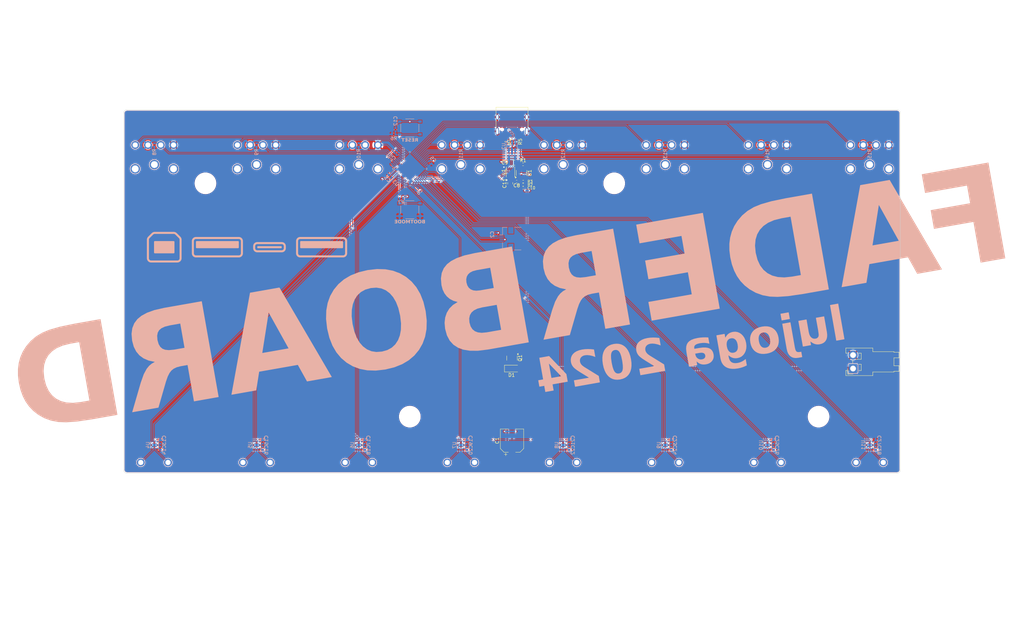
<source format=kicad_pcb>
(kicad_pcb
	(version 20240108)
	(generator "pcbnew")
	(generator_version "8.0")
	(general
		(thickness 1.6)
		(legacy_teardrops no)
	)
	(paper "A4")
	(layers
		(0 "F.Cu" signal)
		(31 "B.Cu" signal)
		(32 "B.Adhes" user "B.Adhesive")
		(33 "F.Adhes" user "F.Adhesive")
		(34 "B.Paste" user)
		(35 "F.Paste" user)
		(36 "B.SilkS" user "B.Silkscreen")
		(37 "F.SilkS" user "F.Silkscreen")
		(38 "B.Mask" user)
		(39 "F.Mask" user)
		(40 "Dwgs.User" user "User.Drawings")
		(41 "Cmts.User" user "User.Comments")
		(42 "Eco1.User" user "User.Eco1")
		(43 "Eco2.User" user "User.Eco2")
		(44 "Edge.Cuts" user)
		(45 "Margin" user)
		(46 "B.CrtYd" user "B.Courtyard")
		(47 "F.CrtYd" user "F.Courtyard")
		(48 "B.Fab" user)
		(49 "F.Fab" user)
		(50 "User.1" user)
		(51 "User.2" user)
		(52 "User.3" user)
		(53 "User.4" user)
		(54 "User.5" user)
		(55 "User.6" user)
		(56 "User.7" user)
		(57 "User.8" user)
		(58 "User.9" user)
	)
	(setup
		(stackup
			(layer "F.SilkS"
				(type "Top Silk Screen")
				(color "White")
			)
			(layer "F.Paste"
				(type "Top Solder Paste")
			)
			(layer "F.Mask"
				(type "Top Solder Mask")
				(color "Green")
				(thickness 0.01)
			)
			(layer "F.Cu"
				(type "copper")
				(thickness 0.035)
			)
			(layer "dielectric 1"
				(type "core")
				(thickness 1.51)
				(material "FR4")
				(epsilon_r 4.5)
				(loss_tangent 0.02)
			)
			(layer "B.Cu"
				(type "copper")
				(thickness 0.035)
			)
			(layer "B.Mask"
				(type "Bottom Solder Mask")
				(color "Green")
				(thickness 0.01)
			)
			(layer "B.Paste"
				(type "Bottom Solder Paste")
			)
			(layer "B.SilkS"
				(type "Bottom Silk Screen")
				(color "White")
			)
			(copper_finish "ENIG")
			(dielectric_constraints no)
		)
		(pad_to_mask_clearance 0)
		(allow_soldermask_bridges_in_footprints no)
		(pcbplotparams
			(layerselection 0x00010fc_ffffffff)
			(plot_on_all_layers_selection 0x0000000_00000000)
			(disableapertmacros no)
			(usegerberextensions no)
			(usegerberattributes yes)
			(usegerberadvancedattributes yes)
			(creategerberjobfile yes)
			(dashed_line_dash_ratio 12.000000)
			(dashed_line_gap_ratio 3.000000)
			(svgprecision 6)
			(plotframeref no)
			(viasonmask no)
			(mode 1)
			(useauxorigin no)
			(hpglpennumber 1)
			(hpglpenspeed 20)
			(hpglpendiameter 15.000000)
			(pdf_front_fp_property_popups yes)
			(pdf_back_fp_property_popups yes)
			(dxfpolygonmode yes)
			(dxfimperialunits yes)
			(dxfusepcbnewfont yes)
			(psnegative no)
			(psa4output no)
			(plotreference yes)
			(plotvalue yes)
			(plotfptext yes)
			(plotinvisibletext no)
			(sketchpadsonfab no)
			(subtractmaskfromsilk no)
			(outputformat 1)
			(mirror no)
			(drillshape 1)
			(scaleselection 1)
			(outputdirectory "")
		)
	)
	(net 0 "")
	(net 1 "VDC")
	(net 2 "GND")
	(net 3 "+3V3")
	(net 4 "Net-(U1-LX)")
	(net 5 "/NRST")
	(net 6 "/BOOT0")
	(net 7 "/USART1_RX")
	(net 8 "/USART1_TX")
	(net 9 "Net-(U1-BS)")
	(net 10 "unconnected-(RV1-MountPin-PadMP)")
	(net 11 "unconnected-(RV1-MountPin-PadMP)_0")
	(net 12 "unconnected-(RV1-MountPin-PadMP)_1")
	(net 13 "unconnected-(RV2-MountPin-PadMP)")
	(net 14 "unconnected-(RV2-MountPin-PadMP)_0")
	(net 15 "unconnected-(RV2-MountPin-PadMP)_1")
	(net 16 "unconnected-(RV3-MountPin-PadMP)")
	(net 17 "unconnected-(RV3-MountPin-PadMP)_0")
	(net 18 "unconnected-(RV3-MountPin-PadMP)_1")
	(net 19 "VBUS")
	(net 20 "Net-(U1-FB)")
	(net 21 "Net-(D1-A)")
	(net 22 "Net-(J1-D+-PadA6)")
	(net 23 "Net-(J1-CC1)")
	(net 24 "unconnected-(J1-SBU2-PadB8)")
	(net 25 "Net-(J1-D--PadA7)")
	(net 26 "Net-(J1-CC2)")
	(net 27 "unconnected-(J1-SBU1-PadA8)")
	(net 28 "unconnected-(J2-MountPin-PadMP)")
	(net 29 "unconnected-(J2-MountPin-PadMP)_0")
	(net 30 "Net-(U1-EN)")
	(net 31 "TOUCH1")
	(net 32 "TOUCH2")
	(net 33 "TOUCH3")
	(net 34 "unconnected-(RV4-MountPin-PadMP)")
	(net 35 "unconnected-(RV4-MountPin-PadMP)_0")
	(net 36 "unconnected-(RV4-MountPin-PadMP)_1")
	(net 37 "unconnected-(RV5-MountPin-PadMP)")
	(net 38 "unconnected-(RV5-MountPin-PadMP)_0")
	(net 39 "unconnected-(RV5-MountPin-PadMP)_1")
	(net 40 "unconnected-(RV6-MountPin-PadMP)")
	(net 41 "unconnected-(RV6-MountPin-PadMP)_0")
	(net 42 "unconnected-(RV6-MountPin-PadMP)_1")
	(net 43 "unconnected-(RV7-MountPin-PadMP)")
	(net 44 "unconnected-(RV7-MountPin-PadMP)_0")
	(net 45 "unconnected-(RV7-MountPin-PadMP)_1")
	(net 46 "unconnected-(RV8-MountPin-PadMP)")
	(net 47 "unconnected-(RV8-MountPin-PadMP)_0")
	(net 48 "unconnected-(RV8-MountPin-PadMP)_1")
	(net 49 "TOUCH4")
	(net 50 "TOUCH5")
	(net 51 "TOUCH6")
	(net 52 "TOUCH7")
	(net 53 "TOUCH8")
	(net 54 "/Faders and motor control/B1")
	(net 55 "ADC1")
	(net 56 "/Faders and motor control/A1")
	(net 57 "/Faders and motor control/A2")
	(net 58 "/Faders and motor control/B2")
	(net 59 "ADC2")
	(net 60 "ADC3")
	(net 61 "/Faders and motor control/B3")
	(net 62 "/Faders and motor control/A3")
	(net 63 "ADC4")
	(net 64 "/Faders and motor control/A4")
	(net 65 "/Faders and motor control/B4")
	(net 66 "ADC5")
	(net 67 "/Faders and motor control/A5")
	(net 68 "/Faders and motor control/B5")
	(net 69 "/Faders and motor control/B6")
	(net 70 "ADC6")
	(net 71 "/Faders and motor control/A6")
	(net 72 "/Faders and motor control/B7")
	(net 73 "/Faders and motor control/A7")
	(net 74 "ADC7")
	(net 75 "/Faders and motor control/A8")
	(net 76 "ADC8")
	(net 77 "/Faders and motor control/B8")
	(net 78 "PWM7")
	(net 79 "DIR1")
	(net 80 "PWM5")
	(net 81 "DIR6")
	(net 82 "PWM1")
	(net 83 "PWM3")
	(net 84 "DIR8")
	(net 85 "PWM6")
	(net 86 "PWM8")
	(net 87 "NSLEEP")
	(net 88 "PWM4")
	(net 89 "DIR7")
	(net 90 "PWM2")
	(net 91 "DIR2")
	(net 92 "/USB_D+")
	(net 93 "/USB_D-")
	(net 94 "SWDIO{slash}DIR5")
	(net 95 "SWCLK{slash}DIR4")
	(net 96 "DIR3")
	(footprint "Package_TO_SOT_SMD:SOT-23" (layer "F.Cu") (at 147.5 97.56 -90))
	(footprint "Capacitor_SMD:CP_Elec_6.3x7.7" (layer "F.Cu") (at 147.5 121.79 90))
	(footprint "faderboard:Fader_Alps_RSA0N11M9A0J" (layer "F.Cu") (at 72.5 35))
	(footprint "Capacitor_SMD:C_0805_2012Metric" (layer "F.Cu") (at 148.11 40.175 180))
	(footprint "Inductor_SMD:L_Sunlord_SWPA252012S" (layer "F.Cu") (at 147.065 42.8925 -90))
	(footprint "Package_TO_SOT_SMD:SOT-23-6" (layer "F.Cu") (at 150.3 43.205 90))
	(footprint "faderboard:Fader_Alps_RSA0N11M9A0J" (layer "F.Cu") (at 222.5 35))
	(footprint "Capacitor_SMD:C_0402_1005Metric" (layer "F.Cu") (at 150.775 47.595))
	(footprint "Capacitor_SMD:C_0402_1005Metric" (layer "F.Cu") (at 148.87 45.715 180))
	(footprint "Capacitor_SMD:C_0805_2012Metric" (layer "F.Cu") (at 146.98 46.2425 -90))
	(footprint "faderboard:Fader_Alps_RSA0N11M9A0J" (layer "F.Cu") (at 42.5 35))
	(footprint "MountingHole:MountingHole_3.2mm_M3" (layer "F.Cu") (at 117.5 114.75))
	(footprint "MountingHole:MountingHole_3.2mm_M3" (layer "F.Cu") (at 177.5 46.25))
	(footprint "faderboard:Fader_Alps_RSA0N11M9A0J" (layer "F.Cu") (at 252.5 35))
	(footprint "Resistor_SMD:R_0402_1005Metric" (layer "F.Cu") (at 150.775 45.725 180))
	(footprint "faderboard:Fader_Alps_RSA0N11M9A0J" (layer "F.Cu") (at 162.5 35))
	(footprint "Resistor_SMD:R_0402_1005Metric" (layer "F.Cu") (at 150.74 40.685))
	(footprint "Resistor_SMD:R_0402_1005Metric" (layer "F.Cu") (at 148.75 34.04 -90))
	(footprint "faderboard:Fader_Alps_RSA0N11M9A0J" (layer "F.Cu") (at 102.5 35))
	(footprint "MountingHole:MountingHole_3.2mm_M3" (layer "F.Cu") (at 57.5 46.25))
	(footprint "Connector_USB:USB_C_Receptacle_HRO_TYPE-C-31-M-12" (layer "F.Cu") (at 147.5 27.84 180))
	(footprint "Connector_JST:JST_VH_S2P-VH_1x02_P3.96mm_Horizontal" (layer "F.Cu") (at 247.625 100.63 90))
	(footprint "faderboard:Fader_Alps_RSA0N11M9A0J" (layer "F.Cu") (at 132.5 35))
	(footprint "Resistor_SMD:R_0402_1005Metric" (layer "F.Cu") (at 150.775 46.665))
	(footprint "Diode_SMD:D_SOD-123F" (layer "F.Cu") (at 147.5 100.63))
	(footprint "Resistor_SMD:R_0402_1005Metric" (layer "F.Cu") (at 145.75 34.04 -90))
	(footprint "faderboard:Fader_Alps_RSA0N11M9A0J" (layer "F.Cu") (at 192.5 35))
	(footprint "MountingHole:MountingHole_3.2mm_M3" (layer "F.Cu") (at 237.5 114.75))
	(footprint "Package_SON:WSON-8-1EP_2x2mm_P0.5mm_EP0.9x1.6mm_ThermalVias" (layer "B.Cu") (at 252.5 123.1 90))
	(footprint "Capacitor_SMD:C_0402_1005Metric" (layer "B.Cu") (at 224.21 122.19 -90))
	(footprint "faderboard:Jushuo_AFC01-S04FCx-00_1x04-1MP_P0.50mm_Horizontal" (layer "B.Cu") (at 147.5 62.5 -90))
	(footprint "Resistor_SMD:R_0402_1005Metric" (layer "B.Cu") (at 112.78 31.875))
	(footprint "Package_SON:WSON-8-1EP_2x2mm_P0.5mm_EP0.9x1.6mm_ThermalVias" (layer "B.Cu") (at 102.5 123.1 90))
	(footprint "Capacitor_SMD:C_0402_1005Metric" (layer "B.Cu") (at 224.21 124.01 90))
	(footprint "Capacitor_SMD:C_0402_1005Metric" (layer "B.Cu") (at 194.21 122.19 -90))
	(footprint "Capacitor_SMD:C_0402_1005Metric" (layer "B.Cu") (at 104.21 124.01 90))
	(footprint "Package_SON:WSON-8-1EP_2x2mm_P0.5mm_EP0.9x1.6mm_ThermalVias"
		(layer "B.Cu")
		(uuid "3a87fa2e-2783-4786-bb91-75bddbfaa829")
		(at 132.5 123.1 90)
		(descr "8-Lead Plastic WSON, 2x2mm Body, 0.5mm Pitch, WSON-8, http://www.ti.com/lit/ds/symlink/lm27761.pdf")
		(tags "WSON 8 1EP ThermalVias")
		(property "Reference" "U7"
			(at 0 -1.9 -90)
			(layer "B.SilkS")
			(uuid "f2b7fdee-81de-4742-a2e9-73168582ff74")
			(effects
				(font
					(size 1 1)
					(thickness 0.15)
				)
				(justify mirror)
			)
		)
		(property "Value" "DRV8838"
			(at 0.01 -2.14 -90)
			(layer "B.Fab")
			(uuid "a923cc21-fbbd-4f27-a7cb-4b9dd710e8d5")
			(effects
				(font
					(size 1 1)
					(thickness 0.15)
				)
				(justify mirror)
			)
		)
		(property "Footprint" "Package_SON:WSON-8-1EP_2x2mm_P0.5mm_EP0.9x1.6mm_ThermalVias"
			(at 0 0 -90)
			(unlocked yes)
			(layer "B.Fab")
			(hide yes)
			(uuid "dc0b0bbd-aceb-4a9e-80de-8112ed901dbc")
			(effects
				(font
					(size 1.27 1.27)
					(thickness 0.15)
				)
				(justify mirror)
			)
		)
		(property "Datasheet" "http://www.ti.com/lit/ds/symlink/drv8837.pdf"
			(at 0 0 -90)
			(unlocked yes)
			(layer "B.Fab")
			(hide yes)
			(uuid "b154cd45-0676-42fb-adde-07af963c4583")
			(effects
				(font
					(size 1.27 1.27)
					(thickness 0.15)
				)
				(justify mirror)
			)
		)
		(property "Description" "H-Bridge driver, 1.8A, Low Voltage, PH/EN input, WSON-8"
			(at 0 0 -90)
			(unlocked yes)
			(layer "B.Fab")
			(hide yes)
			(uuid "1948780d-d1e4-4d08-9870-c8db7a48c06a")
			(effects
				(font
					(size 1.27 1.27)
					(thickness 0.15)
				)
				(justify mirror)
			)
		)
		(property ki_fp_filters "WSON*1EP*2x2mm*P0.5mm*")
		(path "/7e98d2d8-242d-4e31-bdce-eea112b90cb9/f40fa12b-d48a-4c6d-a008-2a0b1063af08")
		(sheetname "Faders and motor control")
		(sheetfile "faders.kicad_sch")
		(attr smd)
		(fp_line
			(start 1 -1.14)
			(end -1 -1.14)
			(stroke
				(width 0.12)
				(type solid)
			)
			(layer "B.SilkS")
			(uuid "ac5ecf47-5fa5-4afc-8502-3c220987f39c")
		)
		(fp_line
			(start 0.99 1.14)
			(end -1.01 1.14)
			(stroke
				(width 0.12)
				(type solid)
			)
			(layer "B.SilkS")
			(uuid "45147fb2-acc2-4560-ab03-e8d025f780a5")
		)
		(fp_poly
			(pts
				(xy -1.37 1.07) (xy -1.65 1.07) (xy -1.37 1.35) (xy -1.37 1.07)
			)
			(stroke
				(width 0.12)
				(type solid)
			)
			(fill solid)
			(layer "B.SilkS")
			(uuid "dd84f7e7-b51d-4bdb-84aa-8187ad9795ab")
		)
		(fp_line
			(start 1.6 -1.25)
			(end -1.6 -1.25)
			(stroke
				(width 0.05)
				(type solid)
			)
			(layer "B.CrtYd")
			(uuid "161b3adc-392f-4afb-bd6e-4187335410ca")
		)
		(fp_line
			(start 1.6 -1.25)
			(end 1.6 1.25)
			(stroke
				(width 0.05)
				(type solid)
			)
			(layer "B.CrtYd")
			(uuid "93d715d0-69ec-4782-8d71-bcb642ba1920")
		)
		(fp_line
			(start -1.6 -1.25)
			(end -1.6 1.25)
			(stroke
				(width 0.05)
				(type solid)
			)
			(layer "B.CrtYd")
			(uuid "7212b1d5-b70b-4cb5-966a-77990a100cc4")
		)
		(fp_line
			(start 1.6 1.25)
			(end -1.6 1.25)
			(stroke
				(width 0.05)
				(type solid)
			)
			(layer "B.CrtYd")
			(uuid "88608835-c5cb-423e-a39b-744f1de4eae5")
		)
		(fp_line
			(start 1 -1)
			(end 1 1)
			(stroke
				(width 0.1)
				(type solid)
			)
			(layer "B.Fab")
			(uuid "76861bda-b166-41cd-8c4b-f6ed017cf074")
		)
		(fp_line
			(start -1 -1)
			(end 1 -1)
			(stroke
				(width 0.1)
				(type solid)
			)
			(layer "B.Fab")
			(uuid "6de03afd-4cbd-4071-b311-c9938569a96e")
		)
		(fp_line
			(start -1 0.5)
			(end -1 -1)
			(stroke
				(width 0.1)
				(type solid)
			)
			(layer "B.Fab")
			(uuid "b6bbcb8f-cfb9-4425-aa9e-44224e8a5ed9")
		)
		(fp_line
			(start -1 0.5)
			(end -0.5 1)
			(stroke
				(width 0.1)
				(type solid)
			)
			(layer "B.Fab")
			(uuid "fe6bb5f7-2d86-410b-9796-5acdb7be9c4f")
		)
		(fp_line
			(start 1 1)
			(end -0.5 1)
			(stroke
				(width 0.1)
				(type solid)
			)
			(layer "B.Fab")
			(uuid "b540d12a-33d0-4a34-9262-61812c4bd8a0")
		)
		(fp_text user "${REFERENCE}"
			(at 0 0 -90)
			(layer "B.Fab")
			(uuid "49cf857a-c441-4cb6-bca9-62afb6994d2a")
			(effects
				(font
					(size 0.7 0.7)
					(thickness 0.1)
				)
				(justify mirror)
			)
		)
		(pad "" smd rect
			(at 0 -0.4 90)
			(size 0.75 0.65)
			(layers "B.Paste")
			(uuid "3e478de3-efdf-48ec-91ce-c90947725707")
		)
		(pad "" smd rect
			(at 0 0.4 90)
			(size 0.75 0.65)
			(layers "B.Paste")
			(uuid "620f942c-f40e-4e18-aefd-682c78252fef")
		)
		(pad "1" smd roundrect
			(at -0.95 0.75 90)
			(size 0.5 0.25)
			(layers "B.Cu" "B.Paste" "B.Mask")
			(roundrect_rratio 0.25)
			(net 1 "VDC")
			(pinfunction "VM")
			(pintype "power_in")
			(uuid "52e4ba0d-b520-4ee7-a63f-c3ebcf701571")
		)
		(pad "2" smd roundrect
			(at -0.95 0.25 90)
			(size 0.5 0.25)
			(layers "B.Cu" "B.Paste" "B.Mask")
			(roundrect_rratio 0.25)
			(net 64 "/Faders and motor control/A4")
			(pinfunction "OUT1")
			(pintype "output")
			(uuid "8c5711c6-2af5-400d-8dbb-0f03ea058a00")
		)
		(pad "3" smd roundrect
			(at -0.95 -0.25 90)
			(size 0.5 0.25)
			(layers "B.Cu" "B.Paste" "B.Mask")
			(roundrect_rratio 0.25)
			(net 65 "/Faders and motor control/B4")
			(pinfunction "OUT2")
			(pintype "output")
			(uuid "68a2a6af-4454-4803-9081-06f8fe19c06d")
		)
		(pad "4" smd roundrect
			(at -0.95 -0.75 90)
			(size 0.5 0.25)
			(layers "B.Cu" "B.Paste" "B.Mask")
			(roundrect_rratio 0.25)
			(net 2 "GND")
			(pinfunction "GND")
			(pintype "power_in")
			(uuid "caa83fb0-f7cf-406e-b2e2-8d01ff3dc83f")
		)
		(pad "5" smd roundrect
			(at 0.95 -0.75 90)
			(size 0.5 0.25)
			(lay
... [871223 chars truncated]
</source>
